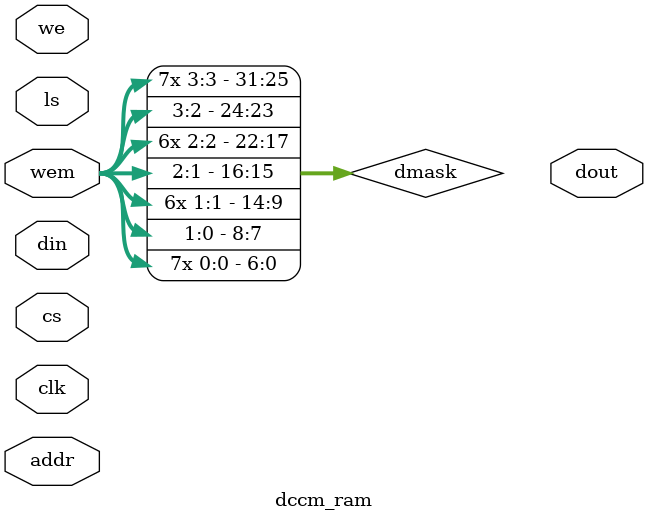
<source format=v>

`include "defines.v"

// Simulation timestep information
//
// synopsys translate_off

///////////////////////////////////////////////////////////////////////////
// Common Verilog definitions
///////////////////////////////////////////////////////////////////////////

// Verilog simulator timescale definition for all modules
//
`timescale 1 ns / 10 ps

// synopsys translate_on
`ifdef VERILATOR
`define XCAM_MODEL
`endif
`ifdef TTVTOC
`define XCAM_MODEL
`endif
`ifndef RAM_MODEL_INIT      
`define RAM_MODEL_INIT      
`endif
// leda off
module dccm_ram #(
  parameter  par_data_msb =  31,
  parameter  par_be_msb   =  3,
  parameter  par_addr_msb =  17,
  parameter  par_addr_lsb =  3
  ) (
  input   [par_data_msb: 0]            din,      // write data input
  input   [par_addr_msb:par_addr_lsb]  addr,     // address for read or write
  input                                cs,       // RAM chip select, active high
  input                                we,       // memory write enable, active high
  input   [par_be_msb             :0]  wem,      // byte write enables, active high
  input                                ls,       // light sleep
  output  [par_data_msb           :0]  dout,     // read data output
  input                                clk       // clock input
  );
parameter par_addr_width = (par_addr_msb-par_addr_lsb+1);
parameter par_mem_size = (1 << par_addr_width);
parameter par_byte_addressing = (par_data_msb > 31);
parameter par_dpi_addr_msb = par_byte_addressing ? par_addr_msb : (par_addr_msb-par_addr_lsb);

`ifdef FPGA_INFER_MEMORIES // {

wire                  rden; // memory read enable
wire [par_data_msb:0] wren; // write enables

assign rden = cs & ~we;
assign wren = {40{cs & we}} & {

                 {8{wem[par_be_msb]}},
                 {8{wem[3]}},{8{wem[2]}},{8{wem[1]}},{8{wem[0]}}};

fpga_sram #(
  .MEM_SIZE(par_mem_size),
  .ADDR_MSB(par_addr_msb),
  .ADDR_LSB(par_addr_lsb),
  .PIPELINED(1'b0),
  .DATA_WIDTH(par_data_msb+1),
  .WR_SIZE     (1), 
  .SYNC_OUT(0),
  .RAM_STL("no_rw_check"))
u_DCCM_sram (
  .clk              (clk),
  .din              (din),
  .addr             (addr),
  .regen            (1'b1),
  .rden             (rden),
  .wren             (wren),
  .dout             (dout));

`else  // } { not FPGA_INFER_MEMORIES follows...

// form write data bit mask
wire [par_data_msb:0] dmask;
assign dmask = {
                 {8{wem[par_be_msb]}},
                 {8{wem[3]}},{8{wem[2]}},{8{wem[1]}},{8{wem[0]}}
               }; 

// Initialize memory with random values
// synopsys translate_off
`ifndef XCAM_MODEL      // {
`ifdef RAM_MODEL_INIT      // {

integer i;
initial 
begin : init
  localparam DCCM_SIZE = 1<<par_addr_msb;
  for (i=0; i < DCCM_SIZE/16; i=i+1) begin
    // u_ram_core_inst.ram_core_0[i] = ({$random} % `DCCM_BANK_WIDTH);
    // Initializing rams with Zero. Partail stores to un-initalized location is getting exception when ecc is present. 
    // Fixing the star - 9001278913
    u_ram_core_inst.ram_core_0[i] = 0;
  end 
end
`endif                 // }  ifdef RAM_MODEL_INIT


`endif                 // }  ifndef XCAM_MODEL
// synopsys translate_on

// synopsys translate_off
ram_core #(
  .par_data_msb (par_data_msb),
  .par_be_msb   (par_data_msb), // data bit write mask
  .par_addr_msb (par_addr_msb),
  .par_addr_lsb (par_addr_lsb)
  ) u_ram_core_inst (
  .clk  (clk),
  .din  (din),
  .addr (addr),
  .cs   (cs),
  .we   (we),
  .wem  (dmask),
  .dout (dout)
);
// synopsys translate_on
`endif       // }
endmodule
// leda on
// spyglass enable_block ALL

</source>
